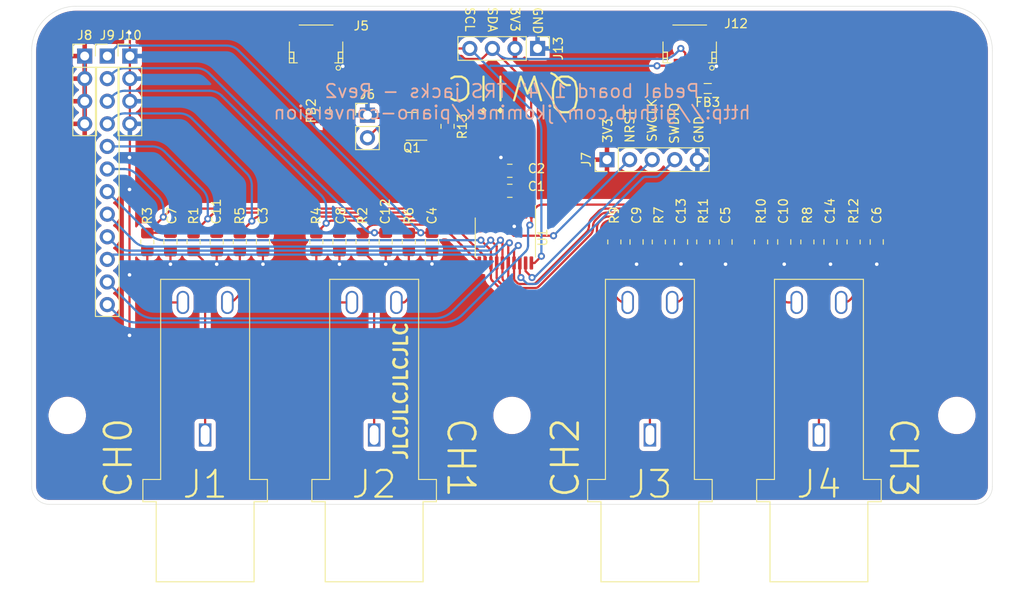
<source format=kicad_pcb>
(kicad_pcb (version 20211014) (generator pcbnew)
  (layers (0 "F.Cu" signal) (31 "B.Cu" signal) (34 "B.Paste" user) (35 "F.Paste" user) (36 "B.SilkS" user "B.Silkscreen") (37 "F.SilkS" user "F.Silkscreen") (38 "B.Mask" user) (39 "F.Mask" user) (44 "Edge.Cuts" user))
  (net 0 "")
  (net 1 "GND")
  (net 2 "+3V3")
  (net 3 "Net-(J1-PadT)")
  (net 4 "Net-(J1-PadR)")
  (net 5 "Net-(J1-PadS)")
  (net 6 "Net-(J2-PadS)")
  (net 7 "Net-(J2-PadR)")
  (net 8 "Net-(J2-PadT)")
  (net 9 "Net-(J3-PadT)")
  (net 10 "Net-(J3-PadR)")
  (net 11 "Net-(J3-PadS)")
  (net 12 "Net-(J4-PadS)")
  (net 13 "Net-(J4-PadR)")
  (net 14 "Net-(J4-PadT)")
  (net 15 "/SCL")
  (net 16 "/SDA")
  (net 17 "Net-(FB2-Pad2)")
  (net 18 "Net-(J6-Pad2)")
  (net 19 "/NRST")
  (net 20 "/SWCLK")
  (net 21 "/SWDIO")
  (net 22 "Net-(Q1-Pad1)")
  (net 23 "Net-(FB3-Pad2)")
  (net 24 "/IRQ")
  (net 25 "/J1_S")
  (net 26 "/J2_S")
  (net 27 "/J1_R")
  (net 28 "/J2_R")
  (net 29 "/J1_T")
  (net 30 "/J2_T")
  (net 31 "/J3_S")
  (net 32 "/J4_S")
  (net 33 "/J3_R")
  (net 34 "/J4_R")
  (net 35 "/J3_T")
  (net 36 "/J4_T")
  (footprint "Capacitor_SMD:C_0805_2012Metric_Pad1.18x1.45mm_HandSolder" (layer "F.Cu") (at 69.75 62.75 180)
    (fp_text reference "C1")
    (fp_text value "0.1uF")
  )
  (footprint "Capacitor_SMD:C_0805_2012Metric_Pad1.18x1.45mm_HandSolder" (layer "F.Cu") (at 69.75 60.5 180)
    (fp_text reference "C2")
    (fp_text value "4.7uF")
  )
  (footprint "Connectors_JST:JST_SH_SM04B-SRSS-TB_04x1.00mm_Angled" (layer "F.Cu") (at 47.972 46.75 180)
    (fp_text reference "J5")
    (fp_text value "Qwiic")
  )
  (footprint "Inductor_SMD:L_0805_2012Metric_Pad1.05x1.20mm_HandSolder" (layer "F.Cu") (at 48.972 53.75 90)
    (fp_text reference "FB2")
    (fp_text value "FB")
  )
  (footprint "Inductor_SMD:L_0805_2012Metric_Pad1.05x1.20mm_HandSolder" (layer "F.Cu") (at 92 51.25 180)
    (fp_text reference "FB3")
    (fp_text value "FB")
  )
  (footprint "Connectors_JST:JST_SH_SM04B-SRSS-TB_04x1.00mm_Angled" (layer "F.Cu") (at 89.972 46.75 180)
    (fp_text reference "J12")
    (fp_text value "Qwiic")
  )
  (footprint "MountingHole:MountingHole_3.2mm_M3" (layer "F.Cu") (at 20 88)
    (fp_text reference "H1" hide)
    (fp_text value "MountingHole_Pad")
  )
  (footprint "MountingHole:MountingHole_3.2mm_M3" (layer "F.Cu") (at 70 88)
    (fp_text reference "H2" hide)
    (fp_text value "MountingHole_Pad")
  )
  (footprint "MountingHole:MountingHole_3.2mm_M3" (layer "F.Cu") (at 120 88)
    (fp_text reference "H3" hide)
    (fp_text value "MountingHole_Pad")
  )
  (footprint "Connector_PinHeader_2.54mm:PinHeader_1x04_P2.54mm_Vertical" (layer "F.Cu") (at 72.87 46.75 -90)
    (fp_text reference "J13")
    (fp_text value "Qwiic")
  )
  (footprint "Resistor_SMD:R_0805_2012Metric_Pad1.20x1.40mm_HandSolder" (layer "F.Cu") (at 108.4 68.5 -90)
    (fp_text reference "R12")
    (fp_text value "10")
  )
  (footprint "Resistor_SMD:R_0805_2012Metric_Pad1.20x1.40mm_HandSolder" (layer "F.Cu") (at 53.2 68.5 -90)
    (fp_text reference "R2")
    (fp_text value "10")
  )
  (footprint "Resistor_SMD:R_0805_2012Metric_Pad1.20x1.40mm_HandSolder" (layer "F.Cu") (at 86.5 68.5 -90)
    (fp_text reference "R7")
    (fp_text value "10")
  )
  (footprint "Resistor_SMD:R_0805_2012Metric_Pad1.20x1.40mm_HandSolder" (layer "F.Cu") (at 29 68.5 -90)
    (fp_text reference "R3")
    (fp_text value "10")
  )
  (footprint "Resistor_SMD:R_0805_2012Metric_Pad1.20x1.40mm_HandSolder" (layer "F.Cu") (at 98 68.5 -90)
    (fp_text reference "R10")
    (fp_text value "10")
  )
  (footprint "Resistor_SMD:R_0805_2012Metric_Pad1.20x1.40mm_HandSolder" (layer "F.Cu") (at 58.4 68.5 -90)
    (fp_text reference "R6")
    (fp_text value "10")
  )
  (footprint "Resistor_SMD:R_0805_2012Metric_Pad1.20x1.40mm_HandSolder" (layer "F.Cu") (at 39.4 68.5 -90)
    (fp_text reference "R5")
    (fp_text value "10")
  )
  (footprint "Resistor_SMD:R_0805_2012Metric_Pad1.20x1.40mm_HandSolder" (layer "F.Cu") (at 48 68.5 -90)
    (fp_text reference "R4")
    (fp_text value "10")
  )
  (footprint "Resistor_SMD:R_0805_2012Metric_Pad1.20x1.40mm_HandSolder" (layer "F.Cu") (at 34.2 68.5 -90)
    (fp_text reference "R1")
    (fp_text value "10")
  )
  (footprint "Resistor_SMD:R_0805_2012Metric_Pad1.20x1.40mm_HandSolder" (layer "F.Cu") (at 81.5 68.5 -90)
    (fp_text reference "R9")
    (fp_text value "10")
  )
  (footprint "Resistor_SMD:R_0805_2012Metric_Pad1.20x1.40mm_HandSolder" (layer "F.Cu") (at 103.2 68.5 -90)
    (fp_text reference "R8")
    (fp_text value "10")
  )
  (footprint "Resistor_SMD:R_0805_2012Metric_Pad1.20x1.40mm_HandSolder" (layer "F.Cu") (at 91.5 68.5 -90)
    (fp_text reference "R11")
    (fp_text value "10")
  )
  (footprint "footprints:SJ-63053A" (layer "F.Cu") (at 85.5 97.7 90)
    (fp_text reference "J3")
    (fp_text value "AudioJack2")
  )
  (footprint "footprints:SJ-63053A" (layer "F.Cu") (at 54.5 97.7 90)
    (fp_text reference "J2")
    (fp_text value "AudioJack1")
  )
  (footprint "footprints:SJ-63053A" (layer "F.Cu") (at 104.5 97.7 90)
    (fp_text reference "J4")
    (fp_text value "AudioJack3")
  )
  (footprint "footprints:SJ-63053A" (layer "F.Cu") (at 35.5 97.7 90)
    (fp_text reference "J1")
    (fp_text value "AudioJack0")
  )
  (footprint "Capacitor_SMD:C_0805_2012Metric_Pad1.18x1.45mm_HandSolder" (layer "F.Cu") (at 42 68.5 -90)
    (fp_text reference "C3")
    (fp_text value "1uF")
  )
  (footprint "Connector_PinHeader_2.54mm:PinHeader_1x12_P2.54mm_Vertical" (layer "F.Cu") (at 24.5 47.6)
    (fp_text reference "J9")
    (fp_text value "ADC Lines")
  )
  (footprint "Capacitor_SMD:C_0805_2012Metric_Pad1.18x1.45mm_HandSolder" (layer "F.Cu") (at 84 68.5 -90)
    (fp_text reference "C9")
    (fp_text value "1uF")
  )
  (footprint "Capacitor_SMD:C_0805_2012Metric_Pad1.18x1.45mm_HandSolder" (layer "F.Cu") (at 89 68.5 -90)
    (fp_text reference "C13")
    (fp_text value "1uF")
  )
  (footprint "Capacitor_SMD:C_0805_2012Metric_Pad1.18x1.45mm_HandSolder" (layer "F.Cu") (at 105.8 68.5 -90)
    (fp_text reference "C14")
    (fp_text value "1uF")
  )
  (footprint "Capacitor_SMD:C_0805_2012Metric_Pad1.18x1.45mm_HandSolder" (layer "F.Cu") (at 55.8 68.5 -90)
    (fp_text reference "C12")
    (fp_text value "1uF")
  )
  (footprint "Capacitor_SMD:C_0805_2012Metric_Pad1.18x1.45mm_HandSolder" (layer "F.Cu") (at 111 68.5 -90)
    (fp_text reference "C6")
    (fp_text value "1uF")
  )
  (footprint "Connector_PinHeader_2.54mm:PinHeader_1x04_P2.54mm_Vertical" (layer "F.Cu") (at 27.04 47.6)
    (fp_text reference "J10")
    (fp_text value "Conn_01x04_Male")
  )
  (footprint "Capacitor_SMD:C_0805_2012Metric_Pad1.18x1.45mm_HandSolder" (layer "F.Cu") (at 36.8 68.5 -90)
    (fp_text reference "C11")
    (fp_text value "1uF")
  )
  (footprint "Connector_PinHeader_2.54mm:PinHeader_1x02_P2.54mm_Vertical" (layer "F.Cu") (at 53.75 54.25)
    (fp_text reference "J6")
    (fp_text value "IRQ")
  )
  (footprint "Connector_PinHeader_2.54mm:PinHeader_1x04_P2.54mm_Vertical" (layer "F.Cu") (at 21.96 47.6)
    (fp_text reference "J8")
    (fp_text value "Conn_01x04_Male")
  )
  (footprint "Capacitor_SMD:C_0805_2012Metric_Pad1.18x1.45mm_HandSolder" (layer "F.Cu") (at 94 68.5 -90)
    (fp_text reference "C5")
    (fp_text value "1uF")
  )
  (footprint "Package_SO:TSSOP-20_4.4x6.5mm_P0.65mm" (layer "F.Cu") (at 69.25 68 -90)
    (fp_text reference "U1")
    (fp_text value "STM32G030Fx")
  )
  (footprint "Capacitor_SMD:C_0805_2012Metric_Pad1.18x1.45mm_HandSolder" (layer "F.Cu") (at 61 68.5 -90)
    (fp_text reference "C4")
    (fp_text value "1uF")
  )
  (footprint "Capacitor_SMD:C_0805_2012Metric_Pad1.18x1.45mm_HandSolder" (layer "F.Cu") (at 100.6 68.5 -90)
    (fp_text reference "C10")
    (fp_text value "1uF")
  )
  (footprint "Resistor_SMD:R_0805_2012Metric_Pad1.20x1.40mm_HandSolder" (layer "F.Cu") (at 62.75 55.5 -90)
    (fp_text reference "R13")
    (fp_text value "10k")
  )
  (footprint "Capacitor_SMD:C_0805_2012Metric_Pad1.18x1.45mm_HandSolder" (layer "F.Cu") (at 50.6 68.5 -90)
    (fp_text reference "C8")
    (fp_text value "1uF")
  )
  (footprint "Connector_PinHeader_2.54mm:PinHeader_1x05_P2.54mm_Vertical" (layer "F.Cu") (at 80.675 59.25 90)
    (fp_text reference "J7")
    (fp_text value "Serial Wire Debug")
  )
  (footprint "Capacitor_SMD:C_0805_2012Metric_Pad1.18x1.45mm_HandSolder" (layer "F.Cu") (at 31.6 68.5 -90)
    (fp_text reference "C7")
    (fp_text value "1uF")
  )
  (footprint "Package_TO_SOT_SMD:SOT-23" (layer "F.Cu") (at 58.75 55.5 180)
    (fp_text reference "Q1")
    (fp_text value "Q_NPN_BEC")
  )
  (gr_line (start 16 47) (end 16 96) (layer "Edge.Cuts") (width 0.05))
  (gr_line (start 124 96) (end 124 47) (layer "Edge.Cuts") (width 0.05))
  (gr_arc (start 119 42) (mid 122.535534 43.464466) (end 124 47) (layer "Edge.Cuts") (width 0.05))
  (gr_arc (start 124 96) (mid 123.414214 97.414214) (end 122 98) (layer "Edge.Cuts") (width 0.05))
  (gr_arc (start 16 47) (mid 17.464466 43.464466) (end 21 42) (layer "Edge.Cuts") (width 0.05))
  (gr_arc (start 18 98) (mid 16.585786 97.414214) (end 16 96) (layer "Edge.Cuts") (width 0.05))
  (gr_line (start 119 42) (end 21 42) (layer "Edge.Cuts") (width 0.05))
  (gr_line (start 18 98) (end 122 98) (layer "Edge.Cuts") (width 0.05))
  (gr_text "Pedal board 1/4{dblquote} TRS jacks - Rev2\nhttp://github.com/jkominek/piano-conversion" (at 70 52.75) (layer "B.SilkS") (effects (font (size 1.5 1.5) (thickness 0.2)) (justify mirror)))
  (gr_text "3V3" (at 70.33 42 270) (layer "F.SilkS") (effects (font (size 1 1)) (justify left)))
  (gr_text "SDA" (at 67.79 42 270) (layer "F.SilkS") (effects (font (size 1 1)) (justify left)))
  (gr_text "SCL" (at 65.25 42 270) (layer "F.SilkS") (effects (font (size 1 1)) (justify left)))
  (gr_text "CH0" (at 25.75 92.75 90) (layer "F.SilkS") (effects (font (size 3 3) (thickness 0.3))))
  (gr_text "CH1" (at 64.25 92.75 270) (layer "F.SilkS") (effects (font (size 3 3) (thickness 0.3))))
  (gr_text "CH2" (at 76 92.75 90) (layer "F.SilkS") (effects (font (size 3 3) (thickness 0.3))))
  (gr_text "CH3" (at 114 92.75 270) (layer "F.SilkS") (effects (font (size 3 3) (thickness 0.3))))
  (gr_text "SWCLK" (at 85.75 52.25 90) (layer "F.SilkS") (effects (font (size 1 1)) (justify right)))
  (gr_text "GND" (at 91 54.25 90) (layer "F.SilkS") (effects (font (size 1 1)) (justify right)))
  (gr_text "3V3" (at 80.75 54.5 90) (layer "F.SilkS") (effects (font (size 1 1)) (justify right)))
  (gr_text "JLCJLCJLCJLC" (at 57.5 85.25 90) (layer "F.SilkS") (effects (font (size 1.5 1.5) (thickness 0.3))))
  (gr_text "SWDIO" (at 88.25 52.75 90) (layer "F.SilkS") (effects (font (size 1 1)) (justify right)))
  (gr_text "GND" (at 72.87 42 270) (layer "F.SilkS") (effects (font (size 1 1)) (justify left)))
  (gr_text "Qwiic" (at 70.222 51.75 180) (layer "F.SilkS") (effects (font (size 4 4) (thickness 0.25))))
  (gr_text "NRST" (at 83.25 53.5 90) (layer "F.SilkS") (effects (font (size 1 1)) (justify right)))
  (segment (start 105.8 71) (end 105.8 69.5375) (width 0.25) (layer "F.Cu") (net 1))
  (segment (start 61 70.974652) (end 61 69.5375) (width 0.25) (layer "F.Cu") (net 1))
  (segment (start 36.8 71) (end 36.8 69.5375) (width 0.25) (layer "F.Cu") (net 1))
  (segment (start 69.575 66.075) (end 70.25 66.75) (width 0.25) (layer "F.Cu") (net 1))
  (segment (start 84 71) (end 84 69.5375) (width 0.25) (layer "F.Cu") (net 1))
  (segment (start 27.04 58.96) (end 27.04 55.22) (width 0.25) (layer "F.Cu") (net 1))
  (segment (start 27 62.6) (end 27 59) (width 0.25) (layer "F.Cu") (net 1))
  (segment (start 69.575 65.1375) (end 69.575 63.6125) (width 0.25) (layer "F.Cu") (net 1))
  (segment (start 55.8 71) (end 55.8 69.5375) (width 0.25) (layer "F.Cu") (net 1))
  (segment (start 27.04 52.68) (end 27.04 55.22) (width 0.25) (layer "F.Cu") (net 1))
  (segment (start 91.472 48.6875) (end 92.9095 48.6875) (width 0.5) (layer "F.Cu") (net 1))
  (segment (start 27 72.2) (end 27 62.6) (width 0.25) (layer "F.Cu") (net 1))
  (segment (start 27.04 47.6) (end 27.04 50.14) (width 0.25) (layer "F.Cu") (net 1))
  (segment (start 31.6 71) (end 31.6 69.5375) (width 0.25) (layer "F.Cu") (net 1))
  (segment (start 27.04 47.6) (end 27.04 45.04) (width 0.25) (layer "F.Cu") (net 1))
  (segment (start 50.9095 48.6875) (end 50.972 48.75) (width 0.5) (layer "F.Cu") (net 1))
  (segment (start 89 70.974652) (end 89 69.5375) (width 0.25) (layer "F.Cu") (net 1))
  (segment (start 68.7125 60.5) (end 68.7125 62.75) (width 0.25) (layer "F.Cu") (net 1))
  (segment (start 92.9095 48.6875) (end 92.972 48.75) (width 0.5) (layer "F.Cu") (net 1))
  (segment (start 68.7125 59.0375) (end 68.75 59) (width 0.25) (layer "F.Cu") (net 1))
  (segment (start 68.7125 60.5) (end 68.7125 59.0375) (width 0.25) (layer "F.Cu") (net 1))
  (segment (start 27.04 45.04) (end 27 45) (width 0.25) (layer "F.Cu") (net 1))
  (segment (start 100.6 70.999999) (end 100.6 69.5375) (width 0.25) (layer "F.Cu") (net 1))
  (segment (start 69.575 65.1375) (end 69.575 66.075) (width 0.25) (layer "F.Cu") (net 1))
  (segment (start 27 59) (end 27.04 58.96) (width 0.25) (layer "F.Cu") (net 1))
  (segment (start 27.04 50.14) (end 27.04 52.68) (width 0.25) (layer "F.Cu") (net 1))
  (segment (start 59.6875 54.55) (end 54.05 54.55) (width 0.25) (layer "F.Cu") (net 1))
  (segment (start 94 71) (end 94 69.5375) (width 0.25) (layer "F.Cu") (net 1))
  (segment (start 42 71) (end 42 69.5375) (width 0.25) (layer "F.Cu") (net 1))
  (segment (start 111 71) (end 111 69.5375) (width 0.25) (layer "F.Cu") (net 1))
  (segment (start 69.575 63.6125) (end 68.7125 62.75) (width 0.25) (layer "F.Cu") (net 1))
  (segment (start 50.6 71) (end 50.6 69.5375) (width 0.25) (layer "F.Cu") (net 1))
  (segment (start 27 79) (end 27 72.2) (width 0.25) (layer "F.Cu") (net 1))
  (segment (start 49.472 48.6875) (end 50.9095 48.6875) (width 0.5) (layer "F.Cu") (net 1))
  (segment (start 54.05 54.55) (end 53.75 54.25) (width 0.25) (layer "F.Cu") (net 1))
  (via (at 92.972 48.75) (size 0.8) (drill 0.4) (layers "F.Cu" "B.Cu") (net 1))
  (via (at 50.972 48.75) (size 0.8) (drill 0.4) (layers "F.Cu" "B.Cu") (net 1))
  (via (at 27 62.6) (size 0.8) (drill 0.4) (layers "F.Cu" "B.Cu") (net 1))
  (via (at 111 71) (size 0.8) (drill 0.4) (layers "F.Cu" "B.Cu") (net 1))
  (via (at 27 72.2) (size 0.8) (drill 0.4) (layers "F.Cu" "B.Cu") (net 1))
  (via (at 105.8 71) (size 0.8) (drill 0.4) (layers "F.Cu" "B.Cu") (net 1))
  (via (at 42 71) (size 0.8) (drill 0.4) (layers "F.Cu" "B.Cu") (net 1))
  (via (at 50.6 71) (size 0.8) (drill 0.4) (layers "F.Cu" "B.Cu") (net 1))
  (via (at 94 71) (size 0.8) (drill 0.4) (layers "F.Cu" "B.Cu") (net 1))
  (via (at 55.8 71) (size 0.8) (drill 0.4) (layers "F.Cu" "B.Cu") (net 1))
  (via (at 70.25 66.75) (size 0.8) (drill 0.4) (layers "F.Cu" "B.Cu") (net 1))
  (via (at 36.8 71) (size 0.8) (drill 0.4) (layers "F.Cu" "B.Cu") (net 1))
  (via (at 100.6 70.999999) (size 0.8) (drill 0.4) (layers "F.Cu" "B.Cu") (net 1))
  (via (at 68.75 59) (size 0.8) (drill 0.4) (layers "F.Cu" "B.Cu") (net 1))
  (via (at 31.6 71) (size 0.8) (drill 0.4) (layers "F.Cu" "B.Cu") (net 1))
  (via (at 89 70.974652) (size 0.8) (drill 0.4) (layers "F.Cu" "B.Cu") (net 1))
  (via (at 61 70.974652) (size 0.8) (drill 0.4) (layers "F.Cu" "B.Cu") (net 1))
  (via (at 27 59) (size 0.8) (drill 0.4) (layers "F.Cu" "B.Cu") (net 1))
  (via (at 27 79) (size 0.8) (drill 0.4) (layers "F.Cu" "B.Cu") (net 1))
  (via (at 84 71) (size 0.8) (drill 0.4) (layers "F.Cu" "B.Cu") (net 1))
  (via (at 27 45) (size 0.8) (drill 0.4) (layers "F.Cu" "B.Cu") (net 1))
  (segment (start 70.225 63.3125) (end 70.7875 62.75) (width 0.25) (layer "F.Cu") (net 2))
  (segment (start 70.7875 60.5) (end 70.7875 62.75) (width 0.25) (layer "F.Cu") (net 2))
  (segment (start 70.225 65.1375) (end 70.225 63.3125) (width 0.25) (layer "F.Cu") (net 2))
  (segment (start 21.96 52.68) (end 21.96 50.14) (width 0.25) (layer "B.Cu") (net 2))
  (segment (start 21.96 50.14) (end 21.96 47.6) (width 0.25) (layer "B.Cu") (net 2))
  (segment (start 21.96 55.22) (end 21.96 52.68) (width 0.25) (layer "B.Cu") (net 2))
  (segment (start 38.085786 75.3) (end 38 75.3) (width 0.25) (layer "F.Cu") (net 3))
  (segment (start 39.4 69.5) (end 39.4 73.985786) (width 0.25) (layer "F.Cu") (net 3))
  (segment (start 39.107107 74.692893) (end 38.792893 75.007107) (width 0.25) (layer "F.Cu") (net 3))
  (arc (start 39.4 73.985786) (mid 39.32388 74.368469) (end 39.107107 74.692893) (width 0.25) (layer "F.Cu") (net 3))
  (arc (start 38.085786 75.3) (mid 38.468469 75.22388) (end 38.792893 75.007107) (width 0.25) (layer "F.Cu") (net 3))
  (segment (start 29.292893 73.292893) (end 31.007107 75.007107) (width 0.25) (layer "F.Cu") (net 4))
  (segment (start 29 69.5) (end 29 72.585786) (width 0.25) (layer "F.Cu") (net 4))
  (segment (start 31.714214 75.3) (end 33 75.3) (width 0.25) (layer "F.Cu") (net 4))
  (arc (start 31.007107 75.007107) (mid 31.33153 75.22388) (end 31.714214 75.3) (width 0.25) (layer "F.Cu") (net 4))
  (arc (start 29.292893 73.292893) (mid 29.07612 72.96847) (end 29 72.585786) (width 0.25) (layer "F.Cu") (net 4))
  (segment (start 35.5 71.214214) (end 35.5 90.2) (width 0.25) (layer "F.Cu") (net 5))
  (segment (start 34.2 69.5) (end 35.207107 70.507107) (width 0.25) (layer "F.Cu") (net 5))
  (arc (start 35.5 71.214214) (mid 35.42388 70.831531) (end 35.207107 70.507107) (width 0.25) (layer "F.Cu") (net 5))
  (segment (start 54.5 71.214214) (end 54.5 90.2) (width 0.25) (layer "F.Cu") (net 6))
  (segment (start 53.2 69.5) (end 54.207107 70.507107) (width 0.25) (layer "F.Cu") (net 6))
  (arc (start 54.207107 70.507107) (mid 54.42388 70.83153) (end 54.5 71.214214) (width 0.25) (layer "F.Cu") (net 6))
  (segment (start 48 69.5) (end 48 72.385786) (width 0.25) (layer "F.Cu") (net 7))
  (segment (start 48.292893 73.092893) (end 50.207107 75.007107) (width 0.25) (layer "F.Cu") (net 7))
  (segment (start 50.914214 75.3) (end 52 75.3) (width 0.25) (layer "F.Cu") (net 7))
  (arc (start 50.914214 75.3) (mid 50.531531 75.22388) (end 50.207107 75.007107) (width 0.25) (layer "F.Cu") (net 7))
  (arc (start 48.292893 73.092893) (mid 48.07612 72.76847) (end 48 72.385786) (width 0.25) (layer "F.Cu") (net 7))
  (segment (start 58.4 69.5) (end 58.4 74.385786) (width 0.25) (layer "F.Cu") (net 8))
  (segment (start 58.107107 75.092893) (end 57.973223 75.226777) (width 0.25) (layer "F.Cu") (net 8))
  (segment (start 57.796447 75.3) (end 57 75.3) (width 0.25) (layer "F.Cu") (net 8))
  (arc (start 58.4 74.385786) (mid 58.32388 74.768469) (end 58.107107 75.092893) (width 0.25) (layer "F.Cu") (net 8))
  (arc (start 57.796447 75.3) (mid 57.892118 75.28097) (end 57.973223 75.226777) (width 0.25) (layer "F.Cu") (net 8))
  (segment (start 91.207107 72.792893) (end 88.992893 75.007107) (width 0.25) (layer "F.Cu") (net 9))
  (segment (start 88.285786 75.3) (end 88 75.3) (width 0.25) (layer "F.Cu") (net 9))
  (segment (start 91.5 69.5) (end 91.5 72.085786) (width 0.25) (layer "F.Cu") (net 9))
  (arc (start 91.5 72.085786) (mid 91.42388 72.468469) (end 91.207107 72.792893) (width 0.25) (layer "F.Cu") (net 9))
  (arc (start 88.285786 75.3) (mid 88.668469 75.22388) (end 88.992893 75.007107) (width 0.25) (layer "F.Cu") (net 9))
  (segment (start 81.5 69.5) (end 81.5 74.085786) (width 0.25) (layer "F.Cu") (net 10))
  (segment (start 81.792893 74.792893) (end 82.007107 75.007107) (width 0.25) (layer "F.Cu") (net 10))
  (segment (start 82.714214 75.3) (end 83 75.3) (width 0.25) (layer "F.Cu") (net 10))
  (arc (start 81.5 74.085786) (mid 81.57612 74.468469) (end 81.792893 74.792893) (width 0.25) (layer "F.Cu") (net 10))
  (arc (start 82.714214 75.3) (mid 82.331531 75.22388) (end 82.007107 75.007107) (width 0.25) (layer "F.Cu") (net 10))
  (segment (start 85.5 70.914214) (end 85.5 90.2) (width 0.25) (layer "F.Cu") (net 11))
  (segment (start 86.5 69.5) (end 85.792893 70.207107) (width 0.25) (layer "F.Cu") (net 11))
  (arc (start 85.5 70.914214) (mid 85.57612 70.531531) (end 85.792893 70.207107) (width 0.25) (layer "F.Cu") (net 11))
  (segment (start 103.2 69.5) (end 104.207107 70.507107) (width 0.25) (layer "F.Cu") (net 12))
  (segment (start 104.5 71.214214) (end 104.5 90.2) (width 0.25) (layer "F.Cu") (net 12))
  (arc (start 104.5 71.214214) (mid 104.42388 70.831531) (end 104.207107 70.507107) (width 0.25) (layer "F.Cu") (net 12))
  (segment (start 101.114214 75.3) (end 102 75.3) (width 0.25) (layer "F.Cu") (net 13))
  (segment (start 98.292893 72.892893) (end 100.407107 75.007107) (width 0.25) (layer "F.Cu") (net 13))
  (segment (start 98 69.5) (end 98 72.185786) (width 0.25) (layer "F.Cu") (net 13))
  (arc (start 101.114214 75.3) (mid 100.731531 75.22388) (end 100.407107 75.007107) (width 0.25) (layer "F.Cu") (net 13))
  (arc (start 98 72.185786) (mid 98.07612 72.568469) (end 98.292893 72.892893) (width 0.25) (layer "F.Cu") (net 13))
  (segment (start 108.4 69.5) (end 108.4 74.185786) (width 0.25) (layer "F.Cu") (net 14))
  (segment (start 107.285786 75.3) (end 107 75.3) (width 0.25) (layer "F.Cu") (net 14))
  (segment (start 108.107107 74.892893) (end 107.992893 75.007107) (width 0.25) (layer "F.Cu") (net 14))
  (arc (start 107.992893 75.007107) (mid 107.66847 75.22388) (end 107.285786 75.3) (width 0.25) (layer "F.Cu") (net 14))
  (arc (start 108.107107 74.892893) (mid 108.32388 74.56847) (end 108.4 74.185786) (width 0.25) (layer "F.Cu") (net 14))
  (segment (start 88.472 48.6875) (end 86.3125 48.6875) (width 0.25) (layer "F.Cu") (net 15))
  (segment (start 48.36941 46.75) (end 65.25 46.75) (width 0.25) (layer "F.Cu") (net 15))
  (segment (start 72.5375 70.8625) (end 73.3 70.1) (width 0.25) (layer "F.Cu") (net 15))
  (segment (start 46.472 48.02609) (end 47.30875 47.18934) (width 0.25) (layer "F.Cu") (net 15))
  (segment (start 86.3125 48.6875) (end 86.3 48.7) (width 0.25) (layer "F.Cu") (net 15))
  (segment (start 72.175 70.8625) (end 72.5375 70.8625) (width 0.25) (layer "F.Cu") (net 15))
  (segment (start 46.472 48.6875) (end 46.472 48.02609) (width 0.25) (layer "F.Cu") (net 15))
  (via (at 86.3 48.7) (size 0.8) (drill 0.4) (layers "F.Cu" "B.Cu") (net 15))
  (via (at 73.3 70.1) (size 0.8) (drill 0.4) (layers "F.Cu" "B.Cu") (net 15))
  (arc (start 47.30875 47.18934) (mid 47.795385 46.864181) (end 48.36941 46.75) (width 0.25) (layer "F.Cu") (net 15))
  (segment (start 67.6 48.7) (end 67.4 48.9) (width 0.25) (layer "B.Cu") (net 15))
  (segment (start 86.3 48.7) (end 67.6 48.7) (width 0.25) (layer "B.Cu") (net 15))
  (segment (start 72.42132 53.92132) (end 67.4 48.9) (width 0.25) (layer "B.Cu") (net 15))
  (segment (start 67.4 48.9) (end 67.3 48.8) (width 0.25) (layer "B.Cu") (net 15))
  (segment (start 73.3 70.1) (end 73.3 56.042641) (width 0.25) (layer "B.Cu") (net 15))
  (segment (start 67.3 48.8) (end 65.25 46.75) (width 0.25) (layer "B.Cu") (net 15))
  (arc (start 73.3 56.042641) (mid 73.071638 54.89459) (end 72.42132 53.92132) (width 0.25) (layer "B.Cu") (net 15))
  (segment (start 66.761446 47.778554) (end 67.79 46.75) (width 0.25) (layer "F.Cu") (net 16))
  (segment (start 89.472 48.6875) (end 89.472 47.25) (width 0.25) (layer "F.Cu") (net 16))
  (segment (start 64.407076 47.646078) (end 64.627421 47.866423) (width 0.25) (layer "F.Cu") (net 16))
  (segment (start 71.27036 50.23036) (end 67.79 46.75) (width 0.25) (layer "F.Cu") (net 16))
  (segment (start 64.768842 47.925001) (end 66.407892 47.925001) (width 0.25) (layer "F.Cu") (net 16))
  (segment (start 47.472 47.6625) (end 47.547001 47.587499) (width 0.25) (layer "F.Cu") (net 16))
  (segment (start 89.472 47.25) (end 88.972 46.75) (width 0.25) (layer "F.Cu") (net 16))
  (segment (start 72.14904 63.811317) (end 72.14904 52.351681) (width 0.25) (layer "F.Cu") (net 16))
  (segment (start 71.525 64.435357) (end 72.14904 63.811317) (width 0.25) (layer "F.Cu") (net 16))
  (segment (start 47.547001 47.587499) (end 64.265654 47.587499) (width 0.25) (layer "F.Cu") (net 16))
  (segment (start 47.472 48.6875) (end 47.472 47.6625) (width 0.25) (layer "F.Cu") (net 16))
  (segment (start 71.525 65.1375) (end 71.525 64.435357) (width 0.25) (layer "F.Cu") (net 16))
  (via (at 88.972 46.75) (size 0.8) (drill 0.4) (layers "F.Cu" "B.Cu") (net 16))
  (arc (start 71.27036 50.23036) (mid 71.920679 51.20363) (end 72.14904 52.351681) (width 0.25) (layer "F.Cu") (net 16))
  (arc (start 66.761446 47.778554) (mid 66.599234 47.886941) (end 66.407892 47.925001) (width 0.25) (layer "F.Cu") (net 16))
  (arc (start 64.265654 47.587499) (mid 64.342191 47.602723) (end 64.407076 47.646078) (width 0.25) (layer "F.Cu") (net 16))
  (arc (start 64.627421 47.866423) (mid 64.692306 47.909777) (end 64.768842 47.925001) (width 0.25) (layer "F.Cu") (net 16))
  (segment (start 68.378724 47.338724) (end 67.79 46.75) (width 0.25) (layer "B.Cu") (net 16))
  (segment (start 86.969062 47.924511) (end 69.792938 47.924511) (width 0.25) (layer "B.Cu") (net 16))
  (segment (start 88.972 46.75) (end 88.383275 47.338725) (width 0.25) (layer "B.Cu") (net 16))
  (arc (start 68.378724 47.338724) (mid 69.027571 47.77227) (end 69.792938 47.924511) (width 0.25) (layer "B.Cu") (net 16))
  (arc (start 88.383275 47.338725) (mid 87.734429 47.77227) (end 86.969062 47.924511) (width 0.25) (layer "B.Cu") (net 16))
  (segment (start 48.69167 52.11967) (end 48.972 52.4) (width 0.25) (layer "F.Cu") (net 17))
  (segment (start 48.472 48.6875) (end 48.472 51.58934) (width 0.25) (layer "F.Cu") (net 17))
  (arc (start 48.472 51.58934) (mid 48.52909 51.876353) (end 48.69167 52.11967) (width 0.25) (layer "F.Cu") (net 17))
  (segment (start 57.8125 55.5) (end 55.04 55.5) (width 0.25) (layer "F.Cu") (net 18))
  (segment (start 55.04 55.5) (end 53.75 56.79) (width 0.25) (layer "F.Cu") (net 18))
  (segment (start 68.925 66.525) (end 70.2 67.8) (width 0.25) (layer "F.Cu") (net 19))
  (segment (start 68.925 65.1375) (end 68.925 66.525) (width 0.25) (layer "F.Cu") (net 19))
  (segment (start 70.2 67.8) (end 74.665 67.8) (width 0.25) (layer "F.Cu") (net 19))
  (via (at 74.665 67.8) (size 0.8) (drill 0.4) (layers "F.Cu" "B.Cu") (net 19))
  (segment (start 75.765 66.7) (end 74.665 67.8) (width 0.25) (layer "B.Cu") (net 19))
  (segment (start 75.765 66.7) (end 83.215 59.25) (width 0.25) (layer "B.Cu") (net 19))
  (segment (start 71.525 71.775) (end 72.25 72.5) (width 0.25) (layer "F.Cu") (net 20))
  (segment (start 71.525 70.8625) (end 71.525 71.775) (width 0.25) (layer "F.Cu") (net 20))
  (via (at 72.25 72.5) (size 0.8) (drill 0.4) (layers "F.Cu" "B.Cu") (net 20))
  (segment (start 72.651447 72.353553) (end 85.755 59.25) (width 0.25) (layer "B.Cu") (net 20))
  (segment (start 72.25 72.5) (end 72.297893 72.5) (width 0.25) (layer "B.Cu") (net 20))
  (arc (start 72.297893 72.5) (mid 72.489235 72.46194) (end 72.651447 72.353553) (width 0.25) (layer "B.Cu") (net 20))
  (segment (start 70.875 72.375) (end 71 72.5) (width 0.25) (layer "F.Cu") (net 21))
  (segment (start 70.875 70.8625) (end 70.875 72.375) (width 0.25) (layer "F.Cu") (net 21))
  (via (at 71 72.5) (size 0.8) (drill 0.4) (layers "F.Cu" "B.Cu") (net 21))
  (segment (start 72.921936 73.078064) (end 84.673913 61.326087) (width 0.25) (layer "B.Cu") (net 21))
  (segment (start 85.027466 61.179641) (end 86.158252 61.179641) (width 0.25) (layer "B.Cu") (net 21))
  (segment (start 71 72.5) (end 71.578065 73.078065) (width 0.25) (layer "B.Cu") (net 21))
  (segment (start 86.511806 61.033194) (end 88.295 59.25) (width 0.25) (layer "B.Cu") (net 21))
  (segment (start 71.931618 73.224511) (end 72.568382 73.224511) (width 0.25) (layer "B.Cu") (net 21))
  (arc (start 84.673913 61.326087) (mid 84.836125 61.217701) (end 85.027466 61.179641) (width 0.25) (layer "B.Cu") (net 21))
  (arc (start 72.921936 73.078064) (mid 72.759724 73.186451) (end 72.568382 73.224511) (width 0.25) (layer "B.Cu") (net 21))
  (arc (start 86.511806 61.033194) (mid 86.349594 61.141581) (end 86.158252 61.179641) (width 0.25) (layer "B.Cu") (net 21))
  (arc (start 71.578065 73.078065) (mid 71.740277 73.186451) (end 71.931618 73.224511) (width 0.25) (layer "B.Cu") (net 21))
  (segment (start 59.6875 56.45) (end 62.7 56.45) (width 0.25) (layer "F.Cu") (net 22))
  (segment (start 62.7 56.45) (end 62.75 56.5) (width 0.25) (layer "F.Cu") (net 22))
  (segment (start 90.472 50.872) (end 90.85 51.25) (width 0.25) (layer "F.Cu") (net 23))
  (segment (start 90.472 48.6875) (end 90.472 50.872) (width 0.25) (layer "F.Cu") (net 23))
  (segment (start 71.69952 63.625119) (end 71.69952 58.027947) (width 0.25) (layer "F.Cu") (net 24))
  (segment (start 70.875 65.1375) (end 70.875 64.449639) (width 0.25) (layer "F.Cu") (net 24))
  (segment (start 71.113733 56.613733) (end 69.585786 55.085786) (width 0.25) (layer "F.Cu") (net 24))
  (segment (start 70.875 64.449639) (end 71.69952 63.625119) (width 0.25) (layer "F.Cu") (net 24))
  (segment (start 68.171573 54.5) (end 62.75 54.5) (width 0.25) (layer "F.Cu") (net 24))
  (arc (start 71.113733 56.613733) (mid 71.547279 57.26258) (end 71.69952 58.027947) (width 0.25) (layer "F.Cu") (net 24))
  (arc (start 68.171573 54.5) (mid 68.93694 54.652241) (end 69.585786 55.085786) (width 0.25) (layer "F.Cu") (net 24))
  (segment (start 66.523014 66.291629) (end 66.86663 65.948013) (width 0.25) (layer "F.Cu") (net 25))
  (segment (start 64.201367 65.493854) (end 64.81462 66.107107) (width 0.25) (layer "F.Cu") (net 25))
  (segment (start 34.2 67.5) (end 35.8 65.9) (width 0.25) (layer "F.Cu") (net 25))
  (segment (start 36.8 67.4625) (end 34.2375 67.4625) (width 0.25) (layer "F.Cu") (net 25))
  (segment (start 65.521727 66.4) (end 66.261384 66.4) (width 0.25) (layer "F.Cu") (net 25))
  (segment (start 66.975 65.686384) (end 66.975 65.1375) (width 0.25) (layer "F.Cu") (net 25))
  (segment (start 36.913253 65.200961) (end 63.49426 65.200961) (width 0.25) (layer "F.Cu") (net 25))
  (segment (start 35.8 65.9) (end 36.206146 65.493854) (width 0.25) (layer "F.Cu") (net 25))
  (segment (start 34.2375 67.4625) (end 34.2 67.5) (width 0.25) (layer "F.Cu") (net 25))
  (via (at 35.8 65.9) (size 0.8) (drill 0.4) (layers "F.Cu" "B.Cu") (net 25))
  (arc (start 66.261384 66.4) (mid 66.402977 66.371835) (end 66.523014 66.291629) (width 0.25) (layer "F.Cu") (net 25))
  (arc (start 63.49426 65.200961) (mid 63.876943 65.277081) (end 64.201367 65.493854) (width 0.25) (layer "F.Cu") (net 25))
  (arc (start 64.81462 66.107107) (mid 65.139043 66.32388) (end 65.521727 66.4) (width 0.25) (layer "F.Cu") (net 25))
  (arc (start 36.206146 65.493854) (mid 36.530569 65.277081) (end 36.913253 65.200961) (width 0.25) (layer "F.Cu") (net 25))
  (arc (start 66.975 65.686384) (mid 66.946836 65.827977) (end 66.86663 65.948013) (width 0.25) (layer "F.Cu") (net 25))
  (segment (start 35.8 65.9) (end 35.8 64.028427) (width 0.25) (layer "B.Cu") (net 25))
  (segment (start 29.531573 57.76) (end 24.5 57.76) (width 0.25) (layer "B.Cu") (net 25))
  (segment (start 35.214213 62.614213) (end 30.945786 58.345786) (width 0.25) (layer "B.Cu") (net 25))
  (arc (start 35.214213 62.614213) (mid 35.647759 63.26306) (end 35.8 64.028427) (width 0.25) (layer "B.Cu") (net 25))
  (arc (start 30.945786 58.345786) (mid 30.29694 57.912241) (end 29.531573 57.76) (width 0.25) (layer "B.Cu") (net 25))
  (segment (start 54.5375 67.4625) (end 53.2375 67.4625) (width 0.25) (layer "F.Cu") (net 26))
  (segment (start 55.8 67.4625) (end 54.5375 67.4625) (width 0.25) (layer "F.Cu") (net 26))
  (segment (start 65.700181 68.899819) (end 65.100181 68.299819) (width 0.25) (layer "F.Cu") (net 26))
  (segment (start 62.936627 66.55048) (end 54.563734 66.55048) (width 0.25) (layer "F.Cu") (net 26))
  (segment (start 53.2375 67.4625) (end 53.2 67.5) (width 0.25) (layer "F.Cu") (net 26))
  (segment (start 53.856627 66.843373) (end 53.2 67.5) (width 0.25) (layer "F.Cu") (net 26))
  (segment (start 66.975 70.8625) (end 66.975 70.174639) (width 0.25) (layer "F.Cu") (net 26))
  (segment (start 66.975 70.174639) (end 65.700181 68.899819) (width 0.25) (layer "F.Cu") (net 26))
  (segment (start 65.100181 68.299819) (end 63.643734 66.843373) (width 0.25) (layer "F.Cu") (net 26))
  (via (at 54.5375 67.4625) (size 0.8) (drill 0.4) (layers "F.Cu" "B.Cu") (net 26))
  (arc (start 54.563734 66.55048) (mid 54.181051 66.6266) (end 53.856627 66.843373) (width 0.25) (layer "F.Cu") (net 26))
  (arc (start 62.936627 66.55048) (mid 63.31931 66.6266) (end 63.643734 66.843373) (width 0.25) (layer "F.Cu") (net 26))
  (segment (start 34.537062 48.965489) (end 26.502938 48.965489) (width 0.25) (layer "B.Cu") (net 26))
  (segment (start 25.088724 49.551276) (end 24.5 50.14) (width 0.25) (layer "B.Cu") (net 26))
  (segment (start 54.5375 67.4625) (end 54.276714 67.4625) (width 0.25) (layer "B.Cu") (net 26))
  (segment (start 53.569607 67.169607) (end 35.951275 49.551275) (width 0.25) (layer "B.Cu") (net 26))
  (arc (start 25.088724 49.551276) (mid 25.737571 49.11773) (end 26.502938 48.965489) (width 0.25) (layer "B.Cu") (net 26))
  (arc (start 34.537062 48.965489) (mid 35.302429 49.11773) (end 35.951275 49.551275) (width 0.25) (layer "B.Cu") (net 26))
  (arc (start 53.569607 67.169607) (mid 53.89403 67.38638) (end 54.276714 67.4625) (width 0.25) (layer "B.Cu") (net 26))
  (segment (start 30.8 65.7) (end 29 67.5) (width 0.25) (layer "F.Cu") (net 27))
  (segment (start 66.325 65.1375) (end 66.231834 65.044334) (width 0.25) (layer "F.Cu") (net 27))
  (segment (start 31.6 67.4625) (end 29.0375 67.4625) (width 0.25) (layer "F.Cu") (net 27))
  (segment (start 31.455666 65.044334) (end 30.8 65.7) (width 0.25) (layer "F.Cu") (net 27))
  (segment (start 29.0375 67.4625) (end 29 67.5) (width 0.25) (layer "F.Cu") (net 27))
  (segment (start 65.524727 64.751441) (end 32.162773 64.751441) (width 0.25) (layer "F.Cu") (net 27))
  (via (at 30.8 65.7) (size 0.8) (drill 0.4) (layers "F.Cu" "B.Cu") (net 27))
  (arc (start 65.524727 64.751441) (mid 65.90741 64.827561) (end 66.231834 65.044334) (width 0.25) (layer "F.Cu") (net 27))
  (arc (start 32.162773 64.751441) (mid 31.78009 64.827561) (end 31.455666 65.044334) (width 0.25) (layer "F.Cu") (net 27))
  (segment (start 30.214213 63.314213) (end 27.785786 60.885786) (width 0.25) (layer "B.Cu") (net 27))
  (segment (start 30.8 65.7) (end 30.8 64.728427) (width 0.25) (layer "B.Cu") (net 27))
  (segment (start 26.371573 60.3) (end 24.5 60.3) (width 0.25) (layer "B.Cu") (net 27))
  (arc (start 30.214213 63.314213) (mid 30.647759 63.96306) (end 30.8 64.728427) (width 0.25) (layer "B.Cu") (net 27))
  (arc (start 26.371573 60.3) (mid 27.13694 60.452241) (end 27.785786 60.885786) (width 0.25) (layer "B.Cu") (net 27))
  (segment (start 48.0375 67.4625) (end 48 67.5) (width 0.25) (layer "F.Cu") (net 28))
  (segment (start 49.107107 66.392893) (end 48 67.5) (width 0.25) (layer "F.Cu") (net 28))
  (segment (start 50.6 67.4625) (end 48.0375 67.4625) (width 0.25) (layer "F.Cu") (net 28))
  (segment (start 68.275 65.1375) (end 68.275 65.825361) (width 0.25) (layer "F.Cu") (net 28))
  (segment (start 64.443185 67.007107) (end 63.828971 66.392893) (width 0.25) (layer "F.Cu") (net 28))
  (segment (start 68.275 65.825361) (end 67.093254 67.007107) (width 0.25) (layer "F.Cu") (net 28))
  (segment (start 66.386147 67.3) (end 65.150292 67.3) (width 0.25) (layer "F.Cu") (net 28))
  (segment (start 63.121864 66.1) (end 49.814214 66.1) (width 0.25) (layer "F.Cu") (net 28))
  (via (at 49.107107 66.392893) (size 0.8) (drill 0.4) (layers "F.Cu" "B.Cu") (net 28))
  (arc (start 63.828971 66.392893) (mid 63.504547 66.17612) (end 63.121864 66.1) (width 0.25) (layer "F.Cu") (net 28))
  (arc (start 65.150292 67.3) (mid 64.767608 67.22388) (end 64.443185 67.007107) (width 0.25) (layer "F.Cu") (net 28))
  (arc (start 49.814214 66.1) (mid 49.431531 66.17612) (end 49.107107 66.392893) (width 0.25) (layer "F.Cu") (net 28))
  (arc (start 67.093254 67.007107) (mid 66.76883 67.22388) (end 66.386147 67.3) (width 0.25) (layer "F.Cu") (net 28))
  (segment (start 49.107107 66.392893) (end 49.107107 64.635534) (width 0.25) (layer "B.Cu") (net 28))
  (segment (start 35.977062 51.505489) (end 26.502938 51.505489) (width 0.25) (layer "B.Cu") (net 28))
  (segment (start 25.088724 52.091276) (end 24.5 52.68) (width 0.25) (layer "B.Cu") (net 28))
  (segment (start 48.52132 63.22132) (end 37.391275 52.091275) (width 0.25) (layer "B.Cu") (net 28))
  (arc (start 26.502938 51.505489) (mid 25.737571 51.65773) (end 25.088724 52.091276) (width 0.25) (layer "B.Cu") (net 28))
  (arc (start 48.52132 63.22132) (mid 48.954866 63.870167) (end 49.107107 64.635534) (width 0.25) (layer "B.Cu") (net 28))
  (arc (start 37.391275 52.091275) (mid 36.742429 51.65773) (end 35.977062 51.505489) (width 0.25) (layer "B.Cu") (net 28))
  (segment (start 63.308062 65.650481) (end 41.663733 65.650481) (width 0.25) (layer "F.Cu") (net 29))
  (segment (start 42 67.4625) (end 39.4375 67.4625) (width 0.25) (layer "F.Cu") (net 29))
  (segment (start 40.956626 65.943374) (end 40.75 66.15) (width 0.25) (layer "F.Cu") (net 29))
  (segment (start 40.75 66.15) (end 39.4 67.5) (width 0.25) (layer "F.Cu") (net 29))
  (segment (start 66.38545 66.84952) (end 66.013802 66.84952) (width 0.25) (layer "F.Cu") (net 29))
  (segment (start 64.629382 66.557587) (end 64.015169 65.943374) (width 0.25) (layer "F.Cu") (net 29))
  (segment (start 67.625 65.1375) (end 67.625 65.825361) (width 0.25) (layer "F.Cu") (net 29))
  (segment (start 66.012842 66.85048) (end 65.336489 66.85048) (width 0.25) (layer "F.Cu") (net 29))
  (segment (start 66.013802 66.84952) (end 66.012842 66.85048) (width 0.25) (layer "F.Cu") (net 29))
  (segment (start 39.4375 67.4625) (end 39.4 67.5) (width 0.25) (layer "F.Cu") (net 29))
  (segment (start 67.625 65.825361) (end 66.753146 66.697215) (width 0.25) (layer "F.Cu") (net 29))
  (via (at 40.75 66.15) (size 0.8) (drill 0.4) (layers "F.Cu" "B.Cu") (net 29))
  (arc (start 65.336489 66.85048) (mid 64.953805 66.77436) (end 64.629382 66.557587) (width 0.25) (layer "F.Cu") (net 29))
  (arc (start 64.015169 65.943374) (mid 63.690745 65.726601) (end 63.308062 65.650481) (width 0.25) (layer "F.Cu") (net 29))
  (arc (start 66.753146 66.697215) (mid 66.584446 66.809937) (end 66.38545 66.84952) (width 0.25) (layer "F.Cu") (net 29))
  (arc (start 41.663733 65.650481) (mid 41.28105 65.726601) (end 40.956626 65.943374) (width 0.25) (layer "F.Cu") (net 29))
  (segment (start 40.164213 60.764213) (end 34.031275 54.631275) (width 0.25) (layer "B.Cu") (net 29))
  (segment (start 25.088724 54.631276) (end 24.5 55.22) (width 0.25) (layer "B.Cu") (net 29))
  (segment (start 40.75 66.15) (end 40.75 62.178427) (width 0.25) (layer "B.Cu") (net 29))
  (segment (start 32.617062 54.045489) (end 26.502938 54.045489) (width 0.25) (layer "B.Cu") (net 29))
  (arc (start 40.75 62.178427) (mid 40.597759 61.41306) (end 40.164213 60.764213) (width 0.25) (layer "B.Cu") (net 29))
  (arc (start 26.502938 54.045489) (mid 25.737571 54.19773) (end 25.088724 54.631276) (width 0.25) (layer "B.Cu") (net 29))
  (arc (start 32.617062 54.045489) (mid 33.382429 54.19773) (end 34.031275 54.631275) (width 0.25) (layer "B.Cu") (net 29))
  (segment (start 66.325 70.8625) (end 63.78125 68.31875) (width 0.25) (layer "F.Cu") (net 30))
  (segment (start 62.510786 67.4625) (end 61 67.4625) (width 0.25) (layer "F.Cu") (net 30))
  (segment (start 59.7375 67.4625) (end 58.4375 67.4625) (width 0.25) (layer "F.Cu") (net 30))
  (segment (start 58.4375 67.4625) (end 58.4 67.5) (width 0.25) (layer "F.Cu") (net 30))
  (segment (start 61 67.4625) (end 59.7375 67.4625) (width 0.25) (layer "F.Cu") (net 30))
  (segment (start 63.78125 68.31875) (end 63.217893 67.755393) (width 0.25) (layer "F.Cu") (net 30))
  (via (at 59.7375 67.4625) (size 0.8) (drill 0.4) (layers "F.Cu" "B.Cu") (net 30))
  (arc (start 63.217893 67.755393) (mid 62.89347 67.53862) (end 62.510786 67.4625) (width 0.25) (layer "F.Cu") (net 30))
  (segment (start 25.674511 46.425489) (end 24.5 47.6) (width 0.25) (layer "B.Cu") (net 30))
  (segment (start 59.7375 67.4625) (end 39.286275 47.011275) (width 0.25) (layer "B.Cu") (net 30))
  (segment (start 37.872062 46.425489) (end 25.674511 46.425489) (width 0.25) (layer "B.Cu") (net 30))
  (arc (start 39.286275 47.011275) (mid 38.637429 46.57773) (end 37.872062 46.425489) (width 0.25) (layer "B.Cu") (net 30))
  (segment (start 68.275 70.8625) (end 68.275 68.975) (width 0.25) (layer "F.Cu") (net 31))
  (segment (start 81.014214 66.1) (end 85.485786 66.1) (width 0.25) (layer "F.Cu") (net 31))
  (segment (start 89 67.4625) (end 86.5375 67.4625) (width 0.25) (layer "F.Cu") (net 31))
  (segment (start 80 67.471504) (end 80 67.114214) (width 0.25) (layer "F.Cu") (net 31))
  (segment (start 86.192893 66.392893) (end 86.207107 66.407107) (width 0.25) (layer "F.Cu") (net 31))
  (segment (start 68.421447 72.853212) (end 69.99486 74.426625) (width 0.25) (layer "F.Cu") (net 31))
  (segment (start 70.348413 74.573071) (end 73.10554 74.573071) (width 0.25) (layer "F.Cu") (net 31))
  (segment (start 73.459094 74.426624) (end 79.707107 68.178611) (width 0.25) (layer "F.Cu") (net 31))
  (segment (start 68.275 70.8625) (end 68.275 72.499658) (width 0.25) (layer "F.Cu") (net 31))
  (segment (start 80.292893 66.407107) (end 80.307107 66.392893) (width 0.25) (layer "F.Cu") (net 31))
  (segment (start 86.5 67.114214) (end 86.5 67.5) (width 0.25) (layer "F.Cu") (net 31))
  (segment (start 68.275 68.975) (end 67.6 68.3) (width 0.25) (layer "F.Cu") (net 31))
  (segment (start 86.5375 67.4625) (end 86.5 67.5) (width 0.25) (layer "F.Cu") (net 31))
  (via (at 67.6 68.3) (size 0.8) (drill 0.4) (layers "F.Cu" "B.Cu") (net 31))
  (arc (start 73.10554 74.573071) (mid 73.296882 74.535011) (end 73.459094 74.426624) (width 0.25) (layer "F.Cu") (net 31))
  (arc (start 69.99486 74.426625) (mid 70.157072 74.535011) (end 70.348413 74.573071) (width 0.25) (layer "F.Cu") (net 31))
  (arc (start 86.192893 66.392893) (mid 85.86847 66.17612) (end 85.485786 66.1) (width 0.25) (layer "F.Cu") (net 31))
  (arc (start 80.307107 66.392893) (mid 80.63153 66.17612) (end 81.014214 66.1) (width 0.25) (layer "F.Cu") (net 31))
  (arc (start 86.207107 66.407107) (mid 86.42388 66.73153) (end 86.5 67.114214) (width 0.25) (layer "F.Cu") (net 31))
  (arc (start 68.275 72.499658) (mid 68.31306 72.691) (end 68.421447 72.853212) (width 0.25) (layer "F.Cu") (net 31))
  (arc (start 80.292893 66.407107) (mid 80.07612 66.73153) (end 80 67.114214) (width 0.25) (layer "F.Cu") (net 31))
  (arc (start 80 67.471504) (mid 79.92388 67.854187) (end 79.707107 68.178611) (width 0.25) (layer "F.Cu") (net 31))
  (segment (start 28.972938 69.024511) (end 66.875489 69.024511) (width 0.25) (layer "B.Cu") (net 31))
  (segment (start 66.875489 69.024511) (end 67.6 68.3) (width 0.25) (layer "B.Cu") (net 31))
  (segment (start 24.5 65.38) (end 27.558724 68.438724) (width 0.25) (layer "B.Cu") (net 31))
  (arc (start 27.558724 68.438724) (mid 28.207571 68.87227) (end 28.972938 69.024511) (width 0.25) (layer "B.Cu") (net 31))
  (segment (start 70.225 70.8625) (end 70.225 72.542507) (width 0.25) (layer "F.Cu") (net 32))
  (segment (start 103.2375 67.4625) (end 103.2 67.5) (width 0.25) (layer "F.Cu") (net 32))
  (segment (start 78.944333 65.848516) (end 79.749476 65.043373) (width 0.25) (layer "F.Cu") (net 32))
  (segment (start 78.65144 66.70896) (end 78.65144 66.555623) (width 0.25) (layer "F.Cu") (net 32))
  (segment (start 70.225 70.8625) (end 70.225 69.375) (width 0.25) (layer "F.Cu") (net 32))
  (segment (start 70.225 69.375) (end 70.7 68.9) (width 0.25) (layer "F.Cu") (net 32))
  (segment (start 100.743373 65.043373) (end 103.2 67.5) (width 0.25) (layer "F.Cu") (net 32))
  (segment (start 70.907004 73.224511) (end 72.342996 73.224511) (width 0.25) (layer "F.Cu") (net 32))
  (segment (start 70.371447 72.896061) (end 70.553451 73.078065) (width 0.25) (layer "F.Cu") (net 32))
  (segment (start 72.69655 73.078064) (end 78.358547 67.416067) (width 0.25) (layer "F.Cu") (net 32))
  (segment (start 105.8 67.4625) (end 103.2375 67.4625) (width 0.25) (layer "F.Cu") (net 32))
  (segment (start 80.456583 64.75048) (end 100.036266 64.75048) (width 0.25) (layer "F.Cu") (net 32))
  (via (at 70.7 68.9) (size 0.8) (drill 0.4) (layers "F.Cu" "B.Cu") (net 32))
  (arc (start 72.342996 73.224511) (mid 72.534338 73.186451) (end 72.69655 73.078064) (width 0.25) (layer "F.Cu") (net 32))
  (arc (start 78.358547 67.416067) (mid 78.57532 67.091644) (end 78.65144 66.70896) (width 0.25) (layer "F.Cu") (net 32))
  (arc (start 100.036266 64.75048) (mid 100.418949 64.8266) (end 100.743373 65.043373) (width 0.25) (layer "F.Cu") (net 32))
  (arc (start 70.225 72.542507) (mid 70.26306 72.733849) (end 70.371447 72.896061) (width 0.25) (layer "F.Cu") (net 32))
  (arc (start 70.553451 73.078065) (mid 70.715663 73.186451) (end 70.907004 73.224511) (width 0.25) (layer "F.Cu") (net 32))
  (arc (start 78.944333 65.848516) (mid 78.72756 66.172939) (end 78.65144 66.555623) (width 0.25) (layer "F.Cu") (net 32))
  (arc (start 80.456583 64.75048) (mid 80.0739 64.8266) (end 79.749476 65.043373) (width 0.25) (layer "F.Cu") (net 32))
  (segment (start 61.257359 77.1) (end 29.842641 77.1) (width 0.25) (layer "B.Cu") (net 32))
  (segment (start 27.72132 76.22132) (end 24.5 73) (width 0.25) (layer "B.Cu") (net 32))
  (segment (start 70.7 68.9) (end 63.378679 76.221321) (width 0.25) (layer "B.Cu") (net 32))
  (arc (start 63.378679 76.221321) (mid 62.405409 76.871639) (end 61.257359 77.1) (width 0.25) (layer "B.Cu") (net 32))
  (arc (start 29.842641 77.1) (mid 28.69459 76.871638) (end 27.72132 76.22132) (width 0.25) (layer "B.Cu") (net 32))
  (segment (start 81.5375 67.4625) (end 81.5 67.5) (width 0.25) (layer "F.Cu") (net 33))
  (segment (start 67.625 69.425) (end 66.5 68.3) (width 0.25) (layer "F.Cu") (net 33))
  (segment (start 81.228543 67.5) (end 81.5 67.5) (width 0.25) (layer "F.Cu") (net 33))
  (segment (start 73.645292 74.876144) (end 80.87499 67.646446) (width 0.25) (layer "F.Cu") (net 33))
  (segment (start 67.625 70.8625) (end 67.625 72.49071) (width 0.25) (layer "F.Cu") (net 33))
  (segment (start 70.156881 75.022591) (end 73.291738 75.022591) (width 0.25) (layer "F.Cu") (net 33))
  (segment (start 67.625 70.8625) (end 67.625 69.425) (width 0.25) (layer "F.Cu") (net 33))
  (segment (start 67.771447 72.844264) (end 69.803328 74.876145) (width 0.25) (layer "F.Cu") (net 33))
  (segment (start 84 67.4625) (end 81.5375 67.4625) (width 0.25) (layer "F.Cu") (net 33))
  (via (at 66.5 68.3) (size 0.8) (drill 0.4) (layers "F.Cu" "B.Cu") (net 33))
  (arc (start 69.803328 74.876145) (mid 69.96554 74.984531) (end 70.156881 75.022591) (width 0.25) (layer "F.Cu") (net 33))
  (arc (start 67.771447 72.844264) (mid 67.66306 72.682052) (end 67.625 72.49071) (width 0.25) (layer "F.Cu") (net 33))
  (arc (start 73.645292 74.876144) (mid 73.48308 74.984531) (end 73.291738 75.022591) (width 0.25) (layer "F.Cu") (net 33))
  (arc (start 80.87499 67.646446) (mid 81.037202 67.53806) (end 81.228543 67.5) (width 0.25) (layer "F.Cu") (net 33))
  (segment (start 29.374213 67.714213) (end 24.5 62.84) (width 0.25) (layer "B.Cu") (net 33))
  (segment (start 66.5 68.3) (end 30.788427 68.3) (width 0.25) (layer "B.Cu") (net 33))
  (arc (start 30.788427 68.3) (mid 30.02306 68.147759) (end 29.374213 67.714213) (width 0.25) (layer "B.Cu") (net 33))
  (segment (start 79.393853 66.034713) (end 79.935673 65.492893) (width 0.25) (layer "F.Cu") (net 34))
  (segment (start 69.575 70.8625) (end 69.575 72.528224) (width 0.25) (layer "F.Cu") (net 34))
  (segment (start 95.992893 65.492893) (end 98 67.5) (width 0.25) (layer "F.Cu") (net 34))
  (segment (start 69.575 68.725) (end 69.7 68.6) (width 0.25) (layer "F.Cu") (net 34))
  (segment (start 72.972416 73.527584) (end 78.808067 67.691933) (width 0.25) (layer "F.Cu") (net 34))
  (segment (start 79.10096 66.984826) (end 79.10096 66.74182) (width 0.25) (layer "F.Cu") (net 34))
  (segment (start 80.64278 65.2) (end 95.285786 65.2) (width 0.25) (layer "F.Cu") (net 34))
  (segment (start 100.6 67.4625) (end 98.0375 67.4625) (width 0.25) (layer "F.Cu") (net 34))
  (segment (start 98.0375 67.4625) (end 98 67.5) (width 0.25) (layer "F.Cu") (net 34))
  (segment (start 69.575 70.8625) (end 69.575 68.725) (width 0.25) (layer "F.Cu") (net 34))
  (segment (start 69.721447 72.881778) (end 70.367254 73.527585) (width 0.25) (layer "F.Cu") (net 34))
  (segment (start 70.720807 73.674031) (end 72.618862 73.674031) (width 0.25) (layer "F.Cu") (net 34))
  (via (at 69.7 68.6) (size 0.8) (drill 0.4) (layers "F.Cu" "B.Cu") (net 34))
  (arc (start 95.285786 65.2) (mid 95.668469 65.27612) (end 95.992893 65.492893) (width 0.25) (layer "F.Cu") (net 34))
  (arc (start 79.393853 66.034713) (mid 79.17708 66.359136) (end 79.10096 66.74182) (width 0.25) (layer "F.Cu") (net 34))
  (arc (start 72.618862 73.674031) (mid 72.810204 73.635971) (end 72.972416 73.527584) (width 0.25) (layer "F.Cu") (net 34))
  (arc (start 80.64278 65.2) (mid 80.260097 65.27612) (end 79.935673 65.492893) (width 0.25) (layer "F.Cu") (net 34))
  (arc (start 69.575 72.528224) (mid 69.61306 72.719566) (end 69.721447 72.881778) (width 0.25) (layer "F.Cu") (net 34))
  (arc (start 70.367254 73.527585) (mid 70.529466 73.635971) (end 70.720807 73.674031) (width 0.25) (layer "F.Cu") (net 34))
  (arc (start 79.10096 66.984826) (mid 79.02484 67.367509) (end 78.808067 67.691933) (width 0.25) (layer "F.Cu") (net 34))
  (segment (start 25.036449 69.923551) (end 67.790403 69.923551) (width 0.25) (layer "B.Cu") (net 34))
  (segment (start 68.320733 69.703881) (end 69.424511 68.600103) (width 0.25) (layer "B.Cu") (net 34))
  (segment (start 24.5 70.46) (end 25.036449 69.923551) (width 0.25) (layer "B.Cu") (net 34))
  (arc (start 67.790403 69.923551) (mid 68.077416 69.866461) (end 68.320733 69.703881) (width 0.25) (layer "B.Cu") (net 34))
  (segment (start 91.5375 67.4625) (end 91.5 67.5) (width 0.25) (layer "F.Cu") (net 35))
  (segment (start 94 67.4625) (end 91.5375 67.4625) (width 0.25) (layer "F.Cu") (net 35))
  (segment (start 70.53461 74.123551) (end 72.919342 74.123551) (width 0.25) (layer "F.Cu") (net 35))
  (segment (start 69.071447 72.867495) (end 70.181057 73.977105) (width 0.25) (layer "F.Cu") (net 35))
  (segment (start 79.55048 67.285306) (end 79.55048 66.928017) (width 0.25) (layer "F.Cu") (net 35))
  (segment (start 80.828017 65.65048) (end 89.236266 65.65048) (width 0.25) (layer "F.Cu") (net 35))
  (segment (start 68.925 70.8625) (end 68.925 72.513941) (width 0.25) (layer "F.Cu") (net 35))
  (segment (start 68.925 70.8625) (end 68.925 68.525) (width 0.25) (layer "F.Cu") (net 35))
  (segment (start 89.943373 65.943373) (end 91.5 67.5) (width 0.25) (layer "F.Cu") (net 35))
  (segment (start 73.272896 73.977104) (end 79.257587 67.992413) (width 0.25) (layer "F.Cu") (net 35))
  (segment (start 68.925 68.525) (end 68.7 68.3) (width 0.25) (layer "F.Cu") (net 35))
  (segment (start 79.843373 66.22091) (end 80.12091 65.943373) (width 0.25) (layer "F.Cu") (net 35))
  (via (at 68.7 68.3) (size 0.8) (drill 0.4) (layers "F.Cu" "B.Cu") (net 35))
  (arc (start 89.236266 65.65048) (mid 89.618949 65.7266) (end 89.943373 65.943373) (width 0.25) (layer "F.Cu") (net 35))
  (arc (start 79.843373 66.22091) (mid 79.6266 66.545333) (end 79.55048 66.928017) (width 0.25) (layer "F.Cu") (net 35))
  (arc (start 80.828017 65.65048) (mid 80.445334 65.7266) (end 80.12091 65.943373) (width 0.25) (layer "F.Cu") (net 35))
  (arc (start 79.257587 67.992413) (mid 79.47436 67.66799) (end 79.55048 67.285306) (width 0.25) (layer "F.Cu") (net 35))
  (arc (start 68.925 72.513941) (mid 68.96306 72.705283) (end 69.071447 72.867495) (width 0.25) (layer "F.Cu") (net 35))
  (arc (start 72.919342 74.123551) (mid 73.110684 74.085491) (end 73.272896 73.977104) (width 0.25) (layer "F.Cu") (net 35))
  (arc (start 70.181057 73.977105) (mid 70.343269 74.085491) (end 70.53461 74.123551) (width 0.25) (layer "F.Cu") (net 35))
  (segment (start 24.5 67.92) (end 25.468244 68.888244) (width 0.25) (layer "B.Cu") (net 35))
  (segment (start 67.745639 69.254361) (end 68.7 68.3) (width 0.25) (layer "B.Cu") (net 35))
  (segment (start 26.882458 69.474031) (end 67.215309 69.474031) (width 0.25) (layer "B.Cu") (net 35))
  (arc (start 25.468244 68.888244) (mid 26.117091 69.32179) (end 26.882458 69.474031) (width 0.25) (layer "B.Cu") (net 35))
  (arc (start 67.215309 69.474031) (mid 67.502322 69.416941) (end 67.745639 69.254361) (width 0.25) (layer "B.Cu") (net 35))
  (segment (start 111 67.4625) (end 108.4375 67.4625) (width 0.25) (layer "F.Cu") (net 36))
  (segment (start 72.175 65.1375) (end 72.718647 64.593853) (width 0.25) (layer "F.Cu") (net 36))
  (segment (start 72.175 66.425) (end 72 66.6) (width 0.25) (layer "F.Cu") (net 36))
  (segment (start 108.4375 67.4625) (end 108.4 67.5) (width 0.25) (layer "F.Cu") (net 36))
  (segment (start 73.425754 64.30096) (end 104.786746 64.30096) (width 0.25) (layer "F.Cu") (net 36))
  (segment (start 105.493853 64.593853) (end 108.4 67.5) (width 0.25) (layer "F.Cu") (net 36))
  (segment (start 72.175 65.1375) (end 72.175 66.425) (width 0.25) (layer "F.Cu") (net 36))
  (via (at 72 66.6) (size 0.8) (drill 0.4) (layers "F.Cu" "B.Cu") (net 36))
  (arc (start 105.493853 64.593853) (mid 105.16943 64.37708) (end 104.786746 64.30096) (width 0.25) (layer "F.Cu") (net 36))
  (arc (start 72.718647 64.593853) (mid 73.04307 64.37708) (end 73.425754 64.30096) (width 0.25) (layer "F.Cu") (net 36))
  (segment (start 71.8 66.8) (end 72 66.6) (width 0.25) (layer "B.Cu") (net 36))
  (segment (start 62.307839 77.54952) (end 27.752161 77.54952) (width 0.25) (layer "B.Cu") (net 36))
  (segment (start 71.8 68.885786) (end 71.8 66.8) (width 0.25) (layer "B.Cu") (net 36))
  (segment (start 71.507107 69.592893) (end 64.429159 76.670841) (width 0.25) (layer "B.Cu") (net 36))
  (segment (start 25.63084 76.67084) (end 24.5 75.54) (width 0.25) (layer "B.Cu") (net 36))
  (arc (start 71.507107 69.592893) (mid 71.72388 69.26847) (end 71.8 68.885786) (width 0.25) (layer "B.Cu") (net 36))
  (arc (start 62.307839 77.54952) (mid 63.455889 77.321159) (end 64.429159 76.670841) (width 0.25) (layer "B.Cu") (net 36))
  (arc (start 27.752161 77.54952) (mid 26.60411 77.321158) (end 25.63084 76.67084) (width 0.25) (layer "B.Cu") (net 36))
  (zone (net 2) (net_name "+3V3") (layer "F.Cu") (connect_pads (clearance 0.508)) (min_thickness 0.254) (fill yes (thermal_gap 0.508) (thermal_bridge_width 0.508))
    (polygon (pts (xy 125 100) (xy 15 100) (xy 15 41.3) (xy 125 41.3)))
  )
  (zone (net 1) (net_name "GND") (layer "B.Cu") (connect_pads (clearance 0.508)) (min_thickness 0.254) (fill yes (thermal_gap 0.508) (thermal_bridge_width 0.508))
    (polygon (pts (xy 125 100) (xy 15 100) (xy 15 41.8) (xy 125 41.8)))
  )
)
</source>
